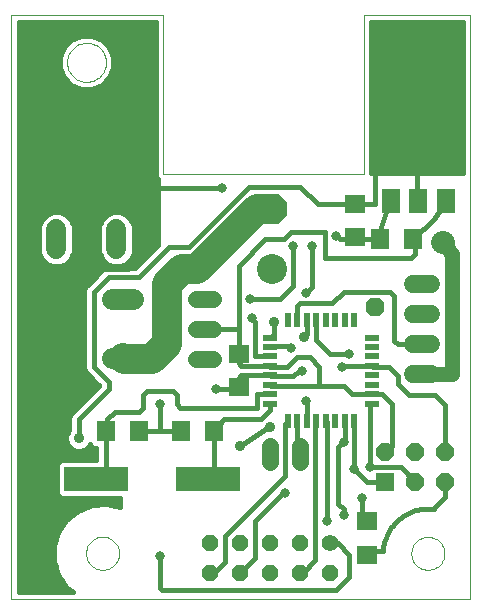
<source format=gtl>
G75*
G70*
%OFA0B0*%
%FSLAX24Y24*%
%IPPOS*%
%LPD*%
%AMOC8*
5,1,8,0,0,1.08239X$1,22.5*
%
%ADD10C,0.0000*%
%ADD11R,0.0500X0.0220*%
%ADD12R,0.0220X0.0500*%
%ADD13R,0.0709X0.0630*%
%ADD14R,0.0710X0.0630*%
%ADD15R,0.2165X0.0787*%
%ADD16R,0.0630X0.0709*%
%ADD17R,0.0600X0.0600*%
%ADD18OC8,0.0600*%
%ADD19C,0.0705*%
%ADD20R,0.0591X0.0787*%
%ADD21R,0.1496X0.0787*%
%ADD22C,0.0560*%
%ADD23OC8,0.0560*%
%ADD24C,0.0560*%
%ADD25C,0.0594*%
%ADD26C,0.1000*%
%ADD27OC8,0.1000*%
%ADD28OC8,0.0630*%
%ADD29C,0.0660*%
%ADD30C,0.0160*%
%ADD31C,0.0317*%
%ADD32C,0.1000*%
%ADD33C,0.0591*%
%ADD34C,0.0500*%
%ADD35C,0.0760*%
%ADD36C,0.0472*%
%ADD37C,0.0100*%
%ADD38C,0.0356*%
D10*
X000605Y000776D02*
X000605Y020264D01*
X005648Y020264D01*
X005648Y014949D01*
X012341Y014949D01*
X012341Y020264D01*
X015884Y020264D01*
X015884Y000776D01*
X000605Y000776D01*
X003090Y002312D02*
X003092Y002359D01*
X003098Y002405D01*
X003108Y002451D01*
X003121Y002496D01*
X003139Y002539D01*
X003160Y002581D01*
X003184Y002621D01*
X003212Y002658D01*
X003243Y002693D01*
X003277Y002726D01*
X003313Y002755D01*
X003352Y002781D01*
X003393Y002804D01*
X003436Y002823D01*
X003480Y002839D01*
X003525Y002851D01*
X003571Y002859D01*
X003618Y002863D01*
X003664Y002863D01*
X003711Y002859D01*
X003757Y002851D01*
X003802Y002839D01*
X003846Y002823D01*
X003889Y002804D01*
X003930Y002781D01*
X003969Y002755D01*
X004005Y002726D01*
X004039Y002693D01*
X004070Y002658D01*
X004098Y002621D01*
X004122Y002581D01*
X004143Y002539D01*
X004161Y002496D01*
X004174Y002451D01*
X004184Y002405D01*
X004190Y002359D01*
X004192Y002312D01*
X004190Y002265D01*
X004184Y002219D01*
X004174Y002173D01*
X004161Y002128D01*
X004143Y002085D01*
X004122Y002043D01*
X004098Y002003D01*
X004070Y001966D01*
X004039Y001931D01*
X004005Y001898D01*
X003969Y001869D01*
X003930Y001843D01*
X003889Y001820D01*
X003846Y001801D01*
X003802Y001785D01*
X003757Y001773D01*
X003711Y001765D01*
X003664Y001761D01*
X003618Y001761D01*
X003571Y001765D01*
X003525Y001773D01*
X003480Y001785D01*
X003436Y001801D01*
X003393Y001820D01*
X003352Y001843D01*
X003313Y001869D01*
X003277Y001898D01*
X003243Y001931D01*
X003212Y001966D01*
X003184Y002003D01*
X003160Y002043D01*
X003139Y002085D01*
X003121Y002128D01*
X003108Y002173D01*
X003098Y002219D01*
X003092Y002265D01*
X003090Y002312D01*
X013936Y002311D02*
X013938Y002358D01*
X013944Y002404D01*
X013954Y002450D01*
X013967Y002495D01*
X013985Y002538D01*
X014006Y002580D01*
X014030Y002620D01*
X014058Y002657D01*
X014089Y002692D01*
X014123Y002725D01*
X014159Y002754D01*
X014198Y002780D01*
X014239Y002803D01*
X014282Y002822D01*
X014326Y002838D01*
X014371Y002850D01*
X014417Y002858D01*
X014464Y002862D01*
X014510Y002862D01*
X014557Y002858D01*
X014603Y002850D01*
X014648Y002838D01*
X014692Y002822D01*
X014735Y002803D01*
X014776Y002780D01*
X014815Y002754D01*
X014851Y002725D01*
X014885Y002692D01*
X014916Y002657D01*
X014944Y002620D01*
X014968Y002580D01*
X014989Y002538D01*
X015007Y002495D01*
X015020Y002450D01*
X015030Y002404D01*
X015036Y002358D01*
X015038Y002311D01*
X015036Y002264D01*
X015030Y002218D01*
X015020Y002172D01*
X015007Y002127D01*
X014989Y002084D01*
X014968Y002042D01*
X014944Y002002D01*
X014916Y001965D01*
X014885Y001930D01*
X014851Y001897D01*
X014815Y001868D01*
X014776Y001842D01*
X014735Y001819D01*
X014692Y001800D01*
X014648Y001784D01*
X014603Y001772D01*
X014557Y001764D01*
X014510Y001760D01*
X014464Y001760D01*
X014417Y001764D01*
X014371Y001772D01*
X014326Y001784D01*
X014282Y001800D01*
X014239Y001819D01*
X014198Y001842D01*
X014159Y001868D01*
X014123Y001897D01*
X014089Y001930D01*
X014058Y001965D01*
X014030Y002002D01*
X014006Y002042D01*
X013985Y002084D01*
X013967Y002127D01*
X013954Y002172D01*
X013944Y002218D01*
X013938Y002264D01*
X013936Y002311D01*
X002455Y018676D02*
X002457Y018726D01*
X002463Y018776D01*
X002473Y018826D01*
X002486Y018874D01*
X002503Y018922D01*
X002524Y018968D01*
X002548Y019012D01*
X002576Y019054D01*
X002607Y019094D01*
X002641Y019131D01*
X002678Y019166D01*
X002717Y019197D01*
X002758Y019226D01*
X002802Y019251D01*
X002848Y019273D01*
X002895Y019291D01*
X002943Y019305D01*
X002992Y019316D01*
X003042Y019323D01*
X003092Y019326D01*
X003143Y019325D01*
X003193Y019320D01*
X003243Y019311D01*
X003291Y019299D01*
X003339Y019282D01*
X003385Y019262D01*
X003430Y019239D01*
X003473Y019212D01*
X003513Y019182D01*
X003551Y019149D01*
X003586Y019113D01*
X003619Y019074D01*
X003648Y019033D01*
X003674Y018990D01*
X003697Y018945D01*
X003716Y018898D01*
X003731Y018850D01*
X003743Y018801D01*
X003751Y018751D01*
X003755Y018701D01*
X003755Y018651D01*
X003751Y018601D01*
X003743Y018551D01*
X003731Y018502D01*
X003716Y018454D01*
X003697Y018407D01*
X003674Y018362D01*
X003648Y018319D01*
X003619Y018278D01*
X003586Y018239D01*
X003551Y018203D01*
X003513Y018170D01*
X003473Y018140D01*
X003430Y018113D01*
X003385Y018090D01*
X003339Y018070D01*
X003291Y018053D01*
X003243Y018041D01*
X003193Y018032D01*
X003143Y018027D01*
X003092Y018026D01*
X003042Y018029D01*
X002992Y018036D01*
X002943Y018047D01*
X002895Y018061D01*
X002848Y018079D01*
X002802Y018101D01*
X002758Y018126D01*
X002717Y018155D01*
X002678Y018186D01*
X002641Y018221D01*
X002607Y018258D01*
X002576Y018298D01*
X002548Y018340D01*
X002524Y018384D01*
X002503Y018430D01*
X002486Y018478D01*
X002473Y018526D01*
X002463Y018576D01*
X002457Y018626D01*
X002455Y018676D01*
D11*
X009237Y009503D03*
X009237Y009188D03*
X009237Y008874D03*
X009237Y008559D03*
X009237Y008244D03*
X009237Y007929D03*
X009237Y007614D03*
X009237Y007299D03*
X012617Y007299D03*
X012617Y007614D03*
X012617Y007929D03*
X012617Y008244D03*
X012617Y008559D03*
X012617Y008874D03*
X012617Y009188D03*
X012617Y009503D03*
D12*
X012029Y010091D03*
X011714Y010091D03*
X011399Y010091D03*
X011084Y010091D03*
X010769Y010091D03*
X010454Y010091D03*
X010139Y010091D03*
X009824Y010091D03*
X009824Y006711D03*
X010139Y006711D03*
X010454Y006711D03*
X010769Y006711D03*
X011084Y006711D03*
X011399Y006711D03*
X011714Y006711D03*
X012029Y006711D03*
D13*
X008177Y007850D03*
X008177Y008952D03*
X012052Y012850D03*
X012052Y013952D03*
D14*
X012452Y003373D03*
X012452Y002254D03*
D15*
X007172Y004776D03*
X003431Y004776D03*
D16*
X003750Y006401D03*
X004853Y006401D03*
X006250Y006401D03*
X007353Y006401D03*
X012900Y012776D03*
X014003Y012776D03*
D17*
X013062Y004674D03*
D18*
X013062Y005674D03*
X014062Y005674D03*
X014062Y004674D03*
X015062Y004674D03*
X015062Y005674D03*
D19*
X004665Y008815D02*
X003960Y008815D01*
X003960Y010784D02*
X004665Y010784D01*
D20*
X013262Y014048D03*
X014168Y014048D03*
X015073Y014048D03*
D21*
X014168Y016528D03*
D22*
X011239Y002666D03*
D23*
X011239Y001666D03*
X010239Y001666D03*
X010239Y002666D03*
X009239Y002666D03*
X009239Y001666D03*
X008239Y001666D03*
X008239Y002666D03*
X007239Y002666D03*
X007239Y001666D03*
D24*
X009227Y005340D02*
X009227Y005900D01*
X010227Y005900D02*
X010227Y005340D01*
X007332Y008776D02*
X006772Y008776D01*
X006772Y009776D02*
X007332Y009776D01*
X007332Y010776D02*
X006772Y010776D01*
D25*
X014002Y011273D02*
X014596Y011273D01*
X014596Y010273D02*
X014002Y010273D01*
X014002Y009273D02*
X014596Y009273D01*
X014596Y008273D02*
X014002Y008273D01*
D26*
X009302Y011776D03*
D27*
X009302Y013776D03*
D28*
X012715Y010526D03*
D29*
X004105Y012446D02*
X004105Y013106D01*
X003105Y013106D02*
X003105Y012446D01*
X002105Y012446D02*
X002105Y013106D01*
D30*
X002358Y013618D02*
X003851Y013618D01*
X002358Y013618D01*
X002428Y013589D02*
X002218Y013676D01*
X001991Y013676D01*
X001782Y013589D01*
X001621Y013429D01*
X001605Y013388D01*
X001605Y013901D01*
X004605Y013901D01*
X004605Y013388D01*
X004588Y013429D01*
X004428Y013589D01*
X004218Y013676D01*
X003991Y013676D01*
X003782Y013589D01*
X003621Y013429D01*
X003535Y013219D01*
X003535Y012333D01*
X003621Y012123D01*
X003782Y011963D01*
X003931Y011901D01*
X002278Y011901D01*
X002428Y011963D01*
X002588Y012123D01*
X002675Y012333D01*
X002675Y013219D01*
X002588Y013429D01*
X002428Y013589D01*
X002218Y013676D01*
X001991Y013676D01*
X001782Y013589D01*
X001621Y013429D01*
X001535Y013219D01*
X001535Y012333D01*
X001621Y012123D01*
X001782Y011963D01*
X001991Y011876D01*
X002218Y011876D01*
X002428Y011963D01*
X002588Y012123D01*
X002637Y012241D01*
X002669Y012179D01*
X002716Y012114D01*
X002772Y012057D01*
X002837Y012010D01*
X002909Y011973D01*
X002985Y011949D01*
X003065Y011936D01*
X003075Y011936D01*
X003075Y012746D01*
X003135Y012746D01*
X003135Y011936D01*
X003145Y011936D01*
X003224Y011949D01*
X003300Y011973D01*
X003372Y012010D01*
X003437Y012057D01*
X003494Y012114D01*
X003541Y012179D01*
X003573Y012241D01*
X003621Y012123D01*
X003782Y011963D01*
X003991Y011876D01*
X004218Y011876D01*
X004428Y011963D01*
X004588Y012123D01*
X004675Y012333D01*
X004675Y013219D01*
X004588Y013429D01*
X004428Y013589D01*
X004218Y013676D01*
X003991Y013676D01*
X003782Y013589D01*
X003621Y013429D01*
X003573Y013311D01*
X003541Y013373D01*
X003494Y013438D01*
X003437Y013495D01*
X003372Y013542D01*
X003300Y013579D01*
X003224Y013603D01*
X003145Y013616D01*
X003135Y013616D01*
X003135Y012806D01*
X003075Y012806D01*
X003075Y013616D01*
X003065Y013616D01*
X002985Y013603D01*
X002909Y013579D01*
X002837Y013542D01*
X002772Y013495D01*
X002716Y013438D01*
X002669Y013373D01*
X002637Y013311D01*
X002588Y013429D01*
X002428Y013589D01*
X002557Y013460D02*
X003652Y013460D01*
X003472Y013460D01*
X003569Y013301D02*
X002641Y013301D01*
X002675Y013142D02*
X003535Y013142D01*
X003535Y012984D02*
X002675Y012984D01*
X002675Y012825D02*
X003535Y012825D01*
X003535Y012667D02*
X002675Y012667D01*
X002675Y012508D02*
X003535Y012508D01*
X003535Y012350D02*
X002675Y012350D01*
X002662Y012191D02*
X002616Y012191D01*
X003593Y012191D01*
X003547Y012191D01*
X003403Y012033D02*
X003712Y012033D01*
X002497Y012033D01*
X002806Y012033D01*
X003075Y012033D02*
X003135Y012033D01*
X003105Y012026D02*
X003105Y012776D01*
X003105Y013526D01*
X004073Y014495D01*
X007636Y014495D01*
X008525Y014526D02*
X006515Y012516D01*
X005865Y012516D01*
X004865Y011516D01*
X003845Y011516D01*
X003355Y011026D01*
X003355Y008526D01*
X003855Y008026D01*
X003855Y007776D01*
X002855Y006776D01*
X002855Y006151D01*
X003144Y005849D02*
X003293Y005849D01*
X003299Y005843D02*
X003388Y005807D01*
X003430Y005807D01*
X003430Y005410D01*
X002301Y005410D01*
X002213Y005373D01*
X002145Y005306D01*
X002109Y005217D01*
X002109Y004335D01*
X002145Y004246D01*
X002213Y004179D01*
X002301Y004142D01*
X004230Y004142D01*
X004230Y003841D01*
X003763Y003947D01*
X003276Y003911D01*
X002821Y003732D01*
X002821Y003732D01*
X002438Y003427D01*
X002163Y003023D01*
X002019Y002556D01*
X002019Y002067D01*
X002163Y001600D01*
X002438Y001196D01*
X002438Y001196D01*
X002438Y001196D01*
X002664Y001016D01*
X000845Y001016D01*
X000845Y009526D01*
X003035Y009526D01*
X003035Y008590D01*
X003035Y008462D01*
X003083Y008345D01*
X003527Y007901D01*
X002673Y007047D01*
X002583Y006957D01*
X002535Y006840D01*
X002535Y006422D01*
X002500Y006388D01*
X002437Y006234D01*
X002437Y006068D01*
X002500Y005914D01*
X002618Y005797D01*
X002772Y005733D01*
X002938Y005733D01*
X003092Y005797D01*
X003209Y005914D01*
X003220Y005940D01*
X003232Y005911D01*
X003299Y005843D01*
X003430Y005691D02*
X000845Y005691D01*
X000845Y005849D02*
X002565Y005849D01*
X002461Y006008D02*
X000845Y006008D01*
X000845Y006167D02*
X002437Y006167D01*
X002474Y006325D02*
X000845Y006325D01*
X000845Y006484D02*
X002535Y006484D01*
X002535Y006642D02*
X000845Y006642D01*
X000845Y006801D02*
X002535Y006801D01*
X002585Y006959D02*
X000845Y006959D01*
X000845Y007118D02*
X002744Y007118D01*
X002902Y007276D02*
X000845Y007276D01*
X000845Y007435D02*
X003061Y007435D01*
X003220Y007593D02*
X000845Y007593D01*
X000845Y007752D02*
X003378Y007752D01*
X003518Y007911D02*
X000845Y007911D01*
X000845Y008069D02*
X003359Y008069D01*
X003201Y008228D02*
X000845Y008228D01*
X000845Y008386D02*
X003066Y008386D01*
X003035Y008545D02*
X000845Y008545D01*
X000845Y008703D02*
X003035Y008703D01*
X003035Y008862D02*
X000845Y008862D01*
X000845Y009020D02*
X003035Y009020D01*
X003035Y009179D02*
X000845Y009179D01*
X000845Y009337D02*
X003035Y009337D01*
X003035Y009496D02*
X000845Y009496D01*
X000845Y009526D02*
X003035Y009526D01*
X003035Y011090D01*
X003083Y011207D01*
X003173Y011297D01*
X003663Y011787D01*
X003781Y011836D01*
X003908Y011836D01*
X004732Y011836D01*
X005480Y012584D01*
X005480Y014778D01*
X005445Y014813D01*
X005408Y014902D01*
X005408Y020024D01*
X000845Y020024D01*
X000845Y009526D01*
X000845Y009654D02*
X003035Y009654D01*
X003035Y009813D02*
X000845Y009813D01*
X000845Y009972D02*
X003035Y009972D01*
X003035Y010130D02*
X000845Y010130D01*
X000845Y010289D02*
X003035Y010289D01*
X003035Y010447D02*
X000845Y010447D01*
X000845Y010606D02*
X003035Y010606D01*
X003035Y010764D02*
X000845Y010764D01*
X000845Y010923D02*
X003035Y010923D01*
X003035Y011081D02*
X000845Y011081D01*
X000845Y011240D02*
X003116Y011240D01*
X003275Y011398D02*
X000845Y011398D01*
X000845Y011557D02*
X003433Y011557D01*
X003592Y011716D02*
X000845Y011716D01*
X000845Y011874D02*
X004770Y011874D01*
X004929Y012033D02*
X004497Y012033D01*
X004616Y012191D02*
X005087Y012191D01*
X005246Y012350D02*
X004675Y012350D01*
X004675Y012508D02*
X005404Y012508D01*
X005480Y012667D02*
X004675Y012667D01*
X004675Y012825D02*
X005480Y012825D01*
X005480Y012984D02*
X004675Y012984D01*
X004675Y013142D02*
X005480Y013142D01*
X005480Y013301D02*
X004641Y013301D01*
X004605Y013460D02*
X004557Y013460D01*
X005480Y013460D01*
X005480Y013618D02*
X004358Y013618D01*
X004605Y013618D01*
X004605Y013777D02*
X001605Y013777D01*
X001605Y013618D02*
X001851Y013618D01*
X000845Y013618D01*
X000845Y013460D02*
X001652Y013460D01*
X001605Y013460D01*
X001569Y013301D02*
X000845Y013301D01*
X000845Y013142D02*
X001535Y013142D01*
X001535Y012984D02*
X000845Y012984D01*
X000845Y012825D02*
X001535Y012825D01*
X001535Y012667D02*
X000845Y012667D01*
X000845Y012508D02*
X001535Y012508D01*
X001535Y012350D02*
X000845Y012350D01*
X000845Y012191D02*
X001593Y012191D01*
X001712Y012033D02*
X000845Y012033D01*
X000845Y013777D02*
X005480Y013777D01*
X005480Y013935D02*
X000845Y013935D01*
X000845Y014094D02*
X005480Y014094D01*
X005480Y014252D02*
X000845Y014252D01*
X000845Y014411D02*
X005480Y014411D01*
X005480Y014569D02*
X000845Y014569D01*
X000845Y014728D02*
X005480Y014728D01*
X005414Y014886D02*
X000845Y014886D01*
X000845Y015045D02*
X005408Y015045D01*
X005408Y015204D02*
X000845Y015204D01*
X000845Y015362D02*
X005408Y015362D01*
X005408Y015521D02*
X000845Y015521D01*
X000845Y015679D02*
X005408Y015679D01*
X005408Y015838D02*
X000845Y015838D01*
X000845Y015996D02*
X005408Y015996D01*
X005408Y016155D02*
X000845Y016155D01*
X000845Y016313D02*
X005408Y016313D01*
X005408Y016472D02*
X000845Y016472D01*
X000845Y016630D02*
X005408Y016630D01*
X005408Y016789D02*
X000845Y016789D01*
X000845Y016947D02*
X005408Y016947D01*
X005408Y017106D02*
X000845Y017106D01*
X000845Y017265D02*
X005408Y017265D01*
X005408Y017423D02*
X000845Y017423D01*
X000845Y017582D02*
X005408Y017582D01*
X005408Y017740D02*
X000845Y017740D01*
X000845Y017899D02*
X002656Y017899D01*
X002601Y017922D02*
X002928Y017786D01*
X003282Y017786D01*
X003609Y017922D01*
X003859Y018172D01*
X003995Y018499D01*
X003995Y018853D01*
X003859Y019180D01*
X003609Y019431D01*
X003282Y019566D01*
X002928Y019566D01*
X002601Y019431D01*
X002350Y019180D01*
X002215Y018853D01*
X002215Y018499D01*
X002350Y018172D01*
X002601Y017922D01*
X002465Y018057D02*
X000845Y018057D01*
X000845Y018216D02*
X002332Y018216D01*
X002266Y018374D02*
X000845Y018374D01*
X000845Y018533D02*
X002215Y018533D01*
X002215Y018691D02*
X000845Y018691D01*
X000845Y018850D02*
X002215Y018850D01*
X002279Y019009D02*
X000845Y019009D01*
X000845Y019167D02*
X002345Y019167D01*
X002496Y019326D02*
X000845Y019326D01*
X000845Y019484D02*
X002730Y019484D01*
X003479Y019484D02*
X005408Y019484D01*
X005408Y019326D02*
X003714Y019326D01*
X003865Y019167D02*
X005408Y019167D01*
X005408Y019009D02*
X003930Y019009D01*
X003995Y018850D02*
X005408Y018850D01*
X005408Y018691D02*
X003995Y018691D01*
X003995Y018533D02*
X005408Y018533D01*
X005408Y018374D02*
X003943Y018374D01*
X003877Y018216D02*
X005408Y018216D01*
X005408Y018057D02*
X003745Y018057D01*
X003554Y017899D02*
X005408Y017899D01*
X005408Y019643D02*
X000845Y019643D01*
X000845Y019801D02*
X005408Y019801D01*
X005408Y019960D02*
X000845Y019960D01*
X002557Y013460D02*
X002737Y013460D01*
X003075Y013460D02*
X003135Y013460D01*
X003135Y013301D02*
X003075Y013301D01*
X003075Y013142D02*
X003135Y013142D01*
X003135Y012984D02*
X003075Y012984D01*
X003075Y012825D02*
X003135Y012825D01*
X003135Y012667D02*
X003075Y012667D01*
X003075Y012508D02*
X003135Y012508D01*
X003135Y012350D02*
X003075Y012350D01*
X003075Y012191D02*
X003135Y012191D01*
X003105Y012026D02*
X003355Y011776D01*
X004480Y011776D01*
X007052Y009776D02*
X008177Y009776D01*
X008177Y011901D01*
X009052Y012776D01*
X009677Y012776D01*
X009927Y013026D01*
X011052Y013026D01*
X011052Y012151D01*
X013927Y012151D01*
X014052Y012276D01*
X014052Y012727D01*
X014003Y012776D01*
X014680Y013453D01*
X015073Y014048D01*
X014195Y014026D02*
X014133Y014026D01*
X014133Y015464D01*
X013883Y015464D01*
X013758Y015339D01*
X013695Y015276D01*
X013758Y015339D02*
X013758Y015343D01*
X012971Y015336D02*
X012971Y015343D01*
X012971Y015336D02*
X012712Y015336D01*
X012712Y013952D01*
X012052Y013952D01*
X010813Y013952D01*
X010239Y014526D01*
X008525Y014526D01*
X009989Y012557D02*
X009989Y011214D01*
X009552Y010776D01*
X008552Y010776D01*
X008614Y010151D02*
X008614Y010151D01*
X008739Y010026D01*
X008739Y008874D01*
X009237Y008874D01*
X009237Y009188D02*
X009262Y009214D01*
X009802Y009214D01*
X009864Y009151D01*
X009927Y009151D01*
X010114Y008839D02*
X010552Y008839D01*
X010864Y008526D01*
X010864Y007901D01*
X011677Y007901D01*
X011964Y007614D01*
X012617Y007614D01*
X012964Y007614D01*
X013302Y007276D01*
X013302Y005901D01*
X013062Y005674D01*
X012552Y005182D02*
X013583Y005182D01*
X014062Y004704D01*
X014062Y004674D01*
X014673Y003810D02*
X015048Y004185D01*
X015052Y004664D01*
X015062Y004674D01*
X014673Y003810D02*
X014678Y003794D01*
X014678Y003793D02*
X014601Y003801D01*
X014524Y003804D01*
X014447Y003803D01*
X014371Y003799D01*
X014294Y003790D01*
X014218Y003778D01*
X014143Y003762D01*
X014068Y003742D01*
X013995Y003718D01*
X013923Y003691D01*
X013853Y003660D01*
X013784Y003625D01*
X013717Y003587D01*
X013652Y003546D01*
X013589Y003501D01*
X013528Y003454D01*
X013470Y003403D01*
X013415Y003350D01*
X013362Y003293D01*
X013313Y003234D01*
X013266Y003173D01*
X013223Y003110D01*
X013183Y003044D01*
X013146Y002976D01*
X013112Y002907D01*
X013083Y002836D01*
X013057Y002763D01*
X013034Y002690D01*
X013015Y002615D01*
X013001Y002539D01*
X012990Y002463D01*
X012989Y002464D02*
X012989Y002401D01*
X012489Y002401D01*
X012489Y002402D02*
X012479Y002401D01*
X012470Y002397D01*
X012462Y002391D01*
X012456Y002383D01*
X012452Y002374D01*
X012451Y002364D01*
X012452Y002364D02*
X012452Y002254D01*
X011864Y002267D02*
X011489Y002642D01*
X011239Y002642D01*
X011239Y002642D01*
X011239Y002666D01*
X011114Y003392D02*
X011114Y006681D01*
X011084Y006711D01*
X010769Y006711D02*
X010739Y006681D01*
X010739Y002079D01*
X010326Y001666D01*
X010239Y001666D01*
X011427Y001089D02*
X011864Y001526D01*
X011864Y002267D01*
X012452Y003373D02*
X012302Y003523D01*
X012302Y004151D01*
X012467Y004674D02*
X012029Y005111D01*
X012029Y005691D01*
X012029Y005691D01*
X012029Y006711D01*
X011714Y006711D02*
X011714Y006063D01*
X011677Y006026D01*
X011489Y005839D01*
X011489Y003964D01*
X011677Y003776D01*
X011677Y003589D01*
X012467Y004674D02*
X013062Y004674D01*
X012552Y005182D02*
X012552Y007234D01*
X012617Y007299D01*
X013489Y007964D02*
X013489Y008214D01*
X013177Y008526D01*
X012649Y008526D01*
X012617Y008559D01*
X011647Y008559D01*
X011614Y008526D01*
X011864Y008964D02*
X011239Y008964D01*
X010769Y009434D01*
X010769Y010091D01*
X010454Y010091D02*
X010454Y009625D01*
X010355Y009526D01*
X010139Y010091D02*
X010139Y010561D01*
X010230Y010651D01*
X011302Y010651D01*
X011677Y011026D01*
X013230Y011026D01*
X013355Y010901D01*
X013355Y009401D01*
X013480Y009276D01*
X014296Y009276D01*
X014299Y009273D01*
X014302Y008276D02*
X014299Y008273D01*
X014299Y008273D01*
X013864Y007589D02*
X013489Y007964D01*
X013864Y007589D02*
X014739Y007589D01*
X015062Y007266D01*
X015062Y005674D01*
X011427Y001089D02*
X005614Y001089D01*
X005552Y001151D01*
X005552Y002223D01*
X004230Y003947D02*
X003764Y003947D01*
X003763Y003947D02*
X003763Y003947D01*
X003761Y003947D02*
X000845Y003947D01*
X000845Y004105D02*
X004230Y004105D01*
X003750Y004776D02*
X003750Y006401D01*
X003802Y006452D01*
X003802Y006776D01*
X004052Y007026D01*
X004864Y007026D01*
X004989Y007151D01*
X004989Y007589D01*
X005114Y007714D01*
X005989Y007714D01*
X006114Y007589D01*
X006114Y007291D01*
X006239Y007166D01*
X008802Y007166D01*
X008802Y007614D01*
X009237Y007614D01*
X009264Y007901D02*
X010864Y007901D01*
X010427Y007401D02*
X010454Y007374D01*
X010454Y006711D01*
X010139Y006711D02*
X010139Y005708D01*
X010227Y005620D01*
X009730Y004901D02*
X007730Y002901D01*
X007730Y002026D01*
X007369Y001666D01*
X007239Y001666D01*
X008239Y001666D02*
X008739Y002166D01*
X008739Y003401D01*
X009652Y004314D01*
X009727Y004314D01*
X009730Y004901D02*
X009730Y006617D01*
X009824Y006711D01*
X009230Y006557D02*
X009230Y006526D01*
X009230Y006557D02*
X008230Y005901D01*
X007353Y006401D02*
X007677Y006776D01*
X008927Y006776D01*
X009237Y007086D01*
X009237Y007299D01*
X009264Y007901D02*
X009237Y007929D01*
X009267Y008214D02*
X009237Y008244D01*
X008269Y008244D01*
X008177Y008151D01*
X008177Y007850D01*
X008103Y007776D01*
X007427Y007776D01*
X008269Y008559D02*
X008177Y008651D01*
X008177Y008952D01*
X008177Y009776D01*
X009237Y009503D02*
X009355Y009622D01*
X009355Y010026D01*
X010114Y008839D02*
X009802Y008526D01*
X009237Y008526D01*
X009237Y008559D01*
X008269Y008559D01*
X009267Y008214D02*
X009989Y008214D01*
X010177Y008401D01*
X010302Y008401D01*
X010427Y010995D02*
X010614Y011182D01*
X010614Y012557D01*
X011427Y012901D02*
X011552Y012776D01*
X012103Y012776D01*
X012900Y012776D01*
X012802Y012776D01*
X013195Y013981D01*
X013262Y014048D01*
X012052Y012850D02*
X012103Y012776D01*
X014952Y012676D02*
X014955Y012676D01*
X007353Y006401D02*
X007353Y004776D01*
X007172Y004776D01*
X006250Y006401D02*
X005552Y006401D01*
X005552Y007276D01*
X005552Y006401D02*
X004853Y006401D01*
X003750Y004776D02*
X003431Y004776D01*
X003430Y005532D02*
X000845Y005532D01*
X000845Y005374D02*
X002214Y005374D01*
X002109Y005215D02*
X000845Y005215D01*
X000845Y005057D02*
X002109Y005057D01*
X002109Y004898D02*
X000845Y004898D01*
X000845Y004740D02*
X002109Y004740D01*
X002109Y004581D02*
X000845Y004581D01*
X000845Y004423D02*
X002109Y004423D01*
X002138Y004264D02*
X000845Y004264D01*
X000845Y003788D02*
X002964Y003788D01*
X002693Y003630D02*
X000845Y003630D01*
X000845Y003471D02*
X002494Y003471D01*
X002438Y003427D02*
X002438Y003427D01*
X002360Y003313D02*
X000845Y003313D01*
X000845Y003154D02*
X002252Y003154D01*
X002163Y003023D02*
X002163Y003023D01*
X002154Y002996D02*
X000845Y002996D01*
X000845Y002837D02*
X002106Y002837D01*
X002057Y002679D02*
X000845Y002679D01*
X000845Y002520D02*
X002019Y002520D01*
X002019Y002556D02*
X002019Y002556D01*
X002019Y002361D02*
X000845Y002361D01*
X000845Y002203D02*
X002019Y002203D01*
X002019Y002067D02*
X002019Y002067D01*
X002026Y002044D02*
X000845Y002044D01*
X000845Y001886D02*
X002075Y001886D01*
X002124Y001727D02*
X000845Y001727D01*
X000845Y001569D02*
X002184Y001569D01*
X002163Y001600D02*
X002163Y001600D01*
X002292Y001410D02*
X000845Y001410D01*
X000845Y001252D02*
X002401Y001252D01*
X002568Y001093D02*
X000845Y001093D01*
X003276Y003911D02*
X003276Y003911D01*
X001605Y009276D02*
X001605Y009776D01*
D31*
X005552Y007276D03*
X007427Y007776D03*
X008614Y010151D03*
X008552Y010776D03*
X009927Y009151D03*
X010302Y008401D03*
X010427Y007401D03*
X011614Y008526D03*
X011864Y008964D03*
X010427Y010995D03*
X010614Y012557D03*
X009989Y012557D03*
X011427Y012901D03*
X007636Y014495D03*
X011677Y006026D03*
X012029Y005111D03*
X012552Y005182D03*
X012302Y004151D03*
X011677Y003589D03*
X011114Y003392D03*
X009727Y004314D03*
X005552Y002223D03*
D32*
X005302Y008776D02*
X004352Y008776D01*
X004312Y008815D01*
X005302Y008776D02*
X005802Y009276D01*
X005802Y011276D01*
X006302Y011776D01*
X006802Y011776D01*
X008802Y013776D01*
X009302Y013776D01*
D33*
X012971Y015343D03*
X012971Y016130D03*
X012971Y016918D03*
X012971Y017705D03*
X012971Y018493D03*
X012971Y019280D03*
X013758Y019280D03*
X013758Y018493D03*
X014546Y018493D03*
X014546Y019280D03*
X015333Y019280D03*
X015333Y018493D03*
X015333Y017705D03*
X015333Y016918D03*
X015333Y016130D03*
X015333Y015343D03*
X014546Y015343D03*
X013758Y015343D03*
X013758Y017705D03*
X014546Y017705D03*
X014952Y012676D03*
D34*
X015302Y012276D01*
X015302Y008276D01*
X014302Y008276D01*
D35*
X014955Y012676D02*
X015005Y012676D01*
D36*
X005164Y014362D03*
X005164Y014862D03*
X005164Y015362D03*
X005164Y015862D03*
X005164Y016362D03*
X005164Y016862D03*
X005164Y017362D03*
X005164Y017862D03*
X005164Y018362D03*
X005164Y018862D03*
X005164Y019362D03*
X005164Y019862D03*
X004664Y019862D03*
X004164Y019862D03*
X004664Y019362D03*
X004664Y018862D03*
X004664Y018362D03*
X004664Y017862D03*
X004664Y017362D03*
X004664Y016862D03*
X004164Y016862D03*
X004164Y017362D03*
X003664Y017362D03*
X003664Y016862D03*
X003664Y016362D03*
X003664Y015862D03*
X003664Y015362D03*
X003664Y014862D03*
X003664Y014362D03*
X003101Y014362D03*
X003101Y014862D03*
X003101Y015362D03*
X003101Y015862D03*
X003101Y016362D03*
X003101Y016862D03*
X002539Y016862D03*
X002539Y017362D03*
X002039Y017362D03*
X002039Y016862D03*
X001539Y016862D03*
X001539Y017362D03*
X001539Y017862D03*
X001539Y018362D03*
X001539Y018862D03*
X001539Y019362D03*
X001539Y019862D03*
X002039Y019862D03*
X001039Y019862D03*
X001039Y019362D03*
X001039Y018862D03*
X001039Y018362D03*
X001039Y017862D03*
X001039Y017362D03*
X001039Y016862D03*
X001039Y016362D03*
X001039Y015862D03*
X001039Y015362D03*
X001539Y015362D03*
X001539Y015862D03*
X001539Y016362D03*
X002039Y016362D03*
X002039Y015862D03*
X002039Y015362D03*
X002539Y015362D03*
X002539Y015862D03*
X002539Y016362D03*
X002539Y014862D03*
X002539Y014362D03*
X002039Y014362D03*
X002039Y014862D03*
X001539Y014862D03*
X001539Y014362D03*
X001039Y014362D03*
X001039Y014862D03*
X004164Y014862D03*
X004164Y014362D03*
X004664Y014362D03*
X004664Y014862D03*
X004664Y015362D03*
X004664Y015862D03*
X004664Y016362D03*
X004164Y016362D03*
X004164Y015862D03*
X004164Y015362D03*
D37*
X012551Y015360D02*
X015674Y015360D01*
X015674Y015262D02*
X012551Y015262D01*
X012551Y015163D02*
X015674Y015163D01*
X015674Y015065D02*
X012551Y015065D01*
X012551Y015036D02*
X012551Y020054D01*
X015674Y020054D01*
X015674Y014949D01*
X012551Y014949D01*
X012551Y015036D01*
X012551Y014966D02*
X015674Y014966D01*
X015674Y015459D02*
X012551Y015459D01*
X012551Y015558D02*
X015674Y015558D01*
X015674Y015656D02*
X012551Y015656D01*
X012551Y015755D02*
X015674Y015755D01*
X015674Y015853D02*
X012551Y015853D01*
X012551Y015952D02*
X015674Y015952D01*
X015674Y016050D02*
X012551Y016050D01*
X012551Y016149D02*
X015674Y016149D01*
X015674Y016247D02*
X012551Y016247D01*
X012551Y016346D02*
X015674Y016346D01*
X015674Y016444D02*
X012551Y016444D01*
X012551Y016543D02*
X015674Y016543D01*
X015674Y016642D02*
X012551Y016642D01*
X012551Y016740D02*
X015674Y016740D01*
X015674Y016839D02*
X012551Y016839D01*
X012551Y016937D02*
X015674Y016937D01*
X015674Y017036D02*
X012551Y017036D01*
X012551Y017134D02*
X015674Y017134D01*
X015674Y017233D02*
X012551Y017233D01*
X012551Y017331D02*
X015674Y017331D01*
X015674Y017430D02*
X012551Y017430D01*
X012551Y017528D02*
X015674Y017528D01*
X015674Y017627D02*
X012551Y017627D01*
X012551Y017726D02*
X015674Y017726D01*
X015674Y017824D02*
X012551Y017824D01*
X012551Y017923D02*
X015674Y017923D01*
X015674Y018021D02*
X012551Y018021D01*
X012551Y018120D02*
X015674Y018120D01*
X015674Y018218D02*
X012551Y018218D01*
X012551Y018317D02*
X015674Y018317D01*
X015674Y018415D02*
X012551Y018415D01*
X012551Y018514D02*
X015674Y018514D01*
X015674Y018612D02*
X012551Y018612D01*
X012551Y018711D02*
X015674Y018711D01*
X015674Y018809D02*
X012551Y018809D01*
X012551Y018908D02*
X015674Y018908D01*
X015674Y019007D02*
X012551Y019007D01*
X012551Y019105D02*
X015674Y019105D01*
X015674Y019204D02*
X012551Y019204D01*
X012551Y019302D02*
X015674Y019302D01*
X015674Y019401D02*
X012551Y019401D01*
X012551Y019499D02*
X015674Y019499D01*
X015674Y019598D02*
X012551Y019598D01*
X012551Y019696D02*
X015674Y019696D01*
X015674Y019795D02*
X012551Y019795D01*
X012551Y019893D02*
X015674Y019893D01*
X015674Y019992D02*
X012551Y019992D01*
D38*
X009355Y010026D03*
X010355Y009526D03*
X009230Y006526D03*
X008230Y005901D03*
X002855Y006151D03*
M02*

</source>
